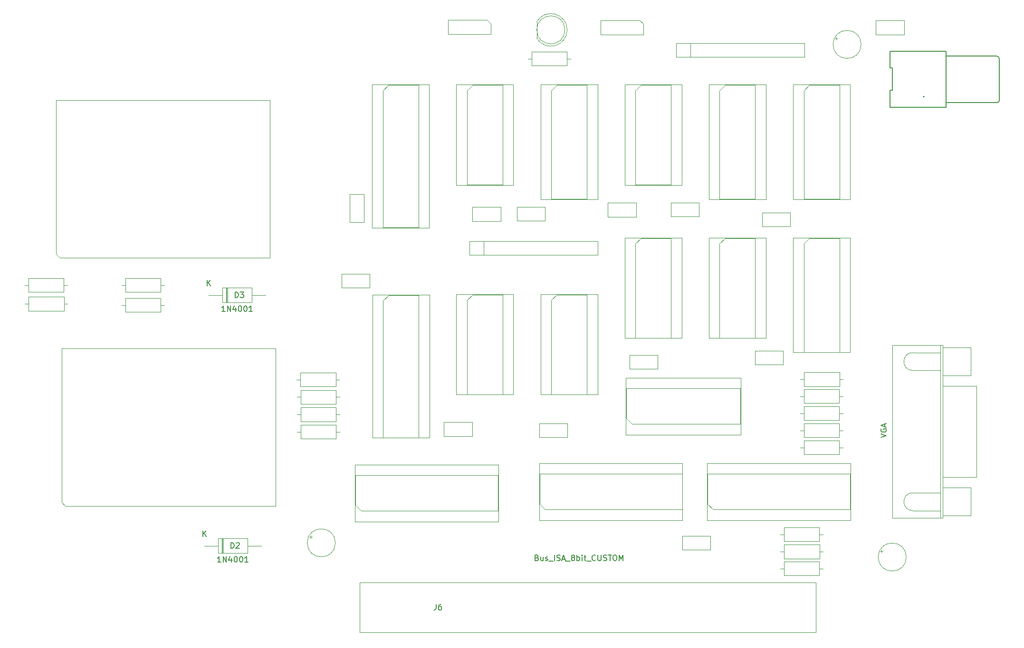
<source format=gbr>
%TF.GenerationSoftware,KiCad,Pcbnew,9.0.2*%
%TF.CreationDate,2025-06-28T19:43:49-05:00*%
%TF.ProjectId,DUALESP,4455414c-4553-4502-9e6b-696361645f70,V1.2*%
%TF.SameCoordinates,Original*%
%TF.FileFunction,AssemblyDrawing,Top*%
%FSLAX46Y46*%
G04 Gerber Fmt 4.6, Leading zero omitted, Abs format (unit mm)*
G04 Created by KiCad (PCBNEW 9.0.2) date 2025-06-28 19:43:49*
%MOMM*%
%LPD*%
G01*
G04 APERTURE LIST*
%ADD10C,0.150000*%
%ADD11C,0.100000*%
%ADD12C,0.127000*%
%ADD13C,0.200000*%
G04 APERTURE END LIST*
D10*
X87519142Y-89030819D02*
X86947714Y-89030819D01*
X87233428Y-89030819D02*
X87233428Y-88030819D01*
X87233428Y-88030819D02*
X87138190Y-88173676D01*
X87138190Y-88173676D02*
X87042952Y-88268914D01*
X87042952Y-88268914D02*
X86947714Y-88316533D01*
X87947714Y-89030819D02*
X87947714Y-88030819D01*
X87947714Y-88030819D02*
X88519142Y-89030819D01*
X88519142Y-89030819D02*
X88519142Y-88030819D01*
X89423904Y-88364152D02*
X89423904Y-89030819D01*
X89185809Y-87983200D02*
X88947714Y-88697485D01*
X88947714Y-88697485D02*
X89566761Y-88697485D01*
X90138190Y-88030819D02*
X90233428Y-88030819D01*
X90233428Y-88030819D02*
X90328666Y-88078438D01*
X90328666Y-88078438D02*
X90376285Y-88126057D01*
X90376285Y-88126057D02*
X90423904Y-88221295D01*
X90423904Y-88221295D02*
X90471523Y-88411771D01*
X90471523Y-88411771D02*
X90471523Y-88649866D01*
X90471523Y-88649866D02*
X90423904Y-88840342D01*
X90423904Y-88840342D02*
X90376285Y-88935580D01*
X90376285Y-88935580D02*
X90328666Y-88983200D01*
X90328666Y-88983200D02*
X90233428Y-89030819D01*
X90233428Y-89030819D02*
X90138190Y-89030819D01*
X90138190Y-89030819D02*
X90042952Y-88983200D01*
X90042952Y-88983200D02*
X89995333Y-88935580D01*
X89995333Y-88935580D02*
X89947714Y-88840342D01*
X89947714Y-88840342D02*
X89900095Y-88649866D01*
X89900095Y-88649866D02*
X89900095Y-88411771D01*
X89900095Y-88411771D02*
X89947714Y-88221295D01*
X89947714Y-88221295D02*
X89995333Y-88126057D01*
X89995333Y-88126057D02*
X90042952Y-88078438D01*
X90042952Y-88078438D02*
X90138190Y-88030819D01*
X91090571Y-88030819D02*
X91185809Y-88030819D01*
X91185809Y-88030819D02*
X91281047Y-88078438D01*
X91281047Y-88078438D02*
X91328666Y-88126057D01*
X91328666Y-88126057D02*
X91376285Y-88221295D01*
X91376285Y-88221295D02*
X91423904Y-88411771D01*
X91423904Y-88411771D02*
X91423904Y-88649866D01*
X91423904Y-88649866D02*
X91376285Y-88840342D01*
X91376285Y-88840342D02*
X91328666Y-88935580D01*
X91328666Y-88935580D02*
X91281047Y-88983200D01*
X91281047Y-88983200D02*
X91185809Y-89030819D01*
X91185809Y-89030819D02*
X91090571Y-89030819D01*
X91090571Y-89030819D02*
X90995333Y-88983200D01*
X90995333Y-88983200D02*
X90947714Y-88935580D01*
X90947714Y-88935580D02*
X90900095Y-88840342D01*
X90900095Y-88840342D02*
X90852476Y-88649866D01*
X90852476Y-88649866D02*
X90852476Y-88411771D01*
X90852476Y-88411771D02*
X90900095Y-88221295D01*
X90900095Y-88221295D02*
X90947714Y-88126057D01*
X90947714Y-88126057D02*
X90995333Y-88078438D01*
X90995333Y-88078438D02*
X91090571Y-88030819D01*
X92376285Y-89030819D02*
X91804857Y-89030819D01*
X92090571Y-89030819D02*
X92090571Y-88030819D01*
X92090571Y-88030819D02*
X91995333Y-88173676D01*
X91995333Y-88173676D02*
X91900095Y-88268914D01*
X91900095Y-88268914D02*
X91804857Y-88316533D01*
X84320095Y-84460819D02*
X84320095Y-83460819D01*
X84891523Y-84460819D02*
X84462952Y-83889390D01*
X84891523Y-83460819D02*
X84320095Y-84032247D01*
X89313905Y-86560819D02*
X89313905Y-85560819D01*
X89313905Y-85560819D02*
X89552000Y-85560819D01*
X89552000Y-85560819D02*
X89694857Y-85608438D01*
X89694857Y-85608438D02*
X89790095Y-85703676D01*
X89790095Y-85703676D02*
X89837714Y-85798914D01*
X89837714Y-85798914D02*
X89885333Y-85989390D01*
X89885333Y-85989390D02*
X89885333Y-86132247D01*
X89885333Y-86132247D02*
X89837714Y-86322723D01*
X89837714Y-86322723D02*
X89790095Y-86417961D01*
X89790095Y-86417961D02*
X89694857Y-86513200D01*
X89694857Y-86513200D02*
X89552000Y-86560819D01*
X89552000Y-86560819D02*
X89313905Y-86560819D01*
X90218667Y-85560819D02*
X90837714Y-85560819D01*
X90837714Y-85560819D02*
X90504381Y-85941771D01*
X90504381Y-85941771D02*
X90647238Y-85941771D01*
X90647238Y-85941771D02*
X90742476Y-85989390D01*
X90742476Y-85989390D02*
X90790095Y-86037009D01*
X90790095Y-86037009D02*
X90837714Y-86132247D01*
X90837714Y-86132247D02*
X90837714Y-86370342D01*
X90837714Y-86370342D02*
X90790095Y-86465580D01*
X90790095Y-86465580D02*
X90742476Y-86513200D01*
X90742476Y-86513200D02*
X90647238Y-86560819D01*
X90647238Y-86560819D02*
X90361524Y-86560819D01*
X90361524Y-86560819D02*
X90266286Y-86513200D01*
X90266286Y-86513200D02*
X90218667Y-86465580D01*
X86757142Y-133734819D02*
X86185714Y-133734819D01*
X86471428Y-133734819D02*
X86471428Y-132734819D01*
X86471428Y-132734819D02*
X86376190Y-132877676D01*
X86376190Y-132877676D02*
X86280952Y-132972914D01*
X86280952Y-132972914D02*
X86185714Y-133020533D01*
X87185714Y-133734819D02*
X87185714Y-132734819D01*
X87185714Y-132734819D02*
X87757142Y-133734819D01*
X87757142Y-133734819D02*
X87757142Y-132734819D01*
X88661904Y-133068152D02*
X88661904Y-133734819D01*
X88423809Y-132687200D02*
X88185714Y-133401485D01*
X88185714Y-133401485D02*
X88804761Y-133401485D01*
X89376190Y-132734819D02*
X89471428Y-132734819D01*
X89471428Y-132734819D02*
X89566666Y-132782438D01*
X89566666Y-132782438D02*
X89614285Y-132830057D01*
X89614285Y-132830057D02*
X89661904Y-132925295D01*
X89661904Y-132925295D02*
X89709523Y-133115771D01*
X89709523Y-133115771D02*
X89709523Y-133353866D01*
X89709523Y-133353866D02*
X89661904Y-133544342D01*
X89661904Y-133544342D02*
X89614285Y-133639580D01*
X89614285Y-133639580D02*
X89566666Y-133687200D01*
X89566666Y-133687200D02*
X89471428Y-133734819D01*
X89471428Y-133734819D02*
X89376190Y-133734819D01*
X89376190Y-133734819D02*
X89280952Y-133687200D01*
X89280952Y-133687200D02*
X89233333Y-133639580D01*
X89233333Y-133639580D02*
X89185714Y-133544342D01*
X89185714Y-133544342D02*
X89138095Y-133353866D01*
X89138095Y-133353866D02*
X89138095Y-133115771D01*
X89138095Y-133115771D02*
X89185714Y-132925295D01*
X89185714Y-132925295D02*
X89233333Y-132830057D01*
X89233333Y-132830057D02*
X89280952Y-132782438D01*
X89280952Y-132782438D02*
X89376190Y-132734819D01*
X90328571Y-132734819D02*
X90423809Y-132734819D01*
X90423809Y-132734819D02*
X90519047Y-132782438D01*
X90519047Y-132782438D02*
X90566666Y-132830057D01*
X90566666Y-132830057D02*
X90614285Y-132925295D01*
X90614285Y-132925295D02*
X90661904Y-133115771D01*
X90661904Y-133115771D02*
X90661904Y-133353866D01*
X90661904Y-133353866D02*
X90614285Y-133544342D01*
X90614285Y-133544342D02*
X90566666Y-133639580D01*
X90566666Y-133639580D02*
X90519047Y-133687200D01*
X90519047Y-133687200D02*
X90423809Y-133734819D01*
X90423809Y-133734819D02*
X90328571Y-133734819D01*
X90328571Y-133734819D02*
X90233333Y-133687200D01*
X90233333Y-133687200D02*
X90185714Y-133639580D01*
X90185714Y-133639580D02*
X90138095Y-133544342D01*
X90138095Y-133544342D02*
X90090476Y-133353866D01*
X90090476Y-133353866D02*
X90090476Y-133115771D01*
X90090476Y-133115771D02*
X90138095Y-132925295D01*
X90138095Y-132925295D02*
X90185714Y-132830057D01*
X90185714Y-132830057D02*
X90233333Y-132782438D01*
X90233333Y-132782438D02*
X90328571Y-132734819D01*
X91614285Y-133734819D02*
X91042857Y-133734819D01*
X91328571Y-133734819D02*
X91328571Y-132734819D01*
X91328571Y-132734819D02*
X91233333Y-132877676D01*
X91233333Y-132877676D02*
X91138095Y-132972914D01*
X91138095Y-132972914D02*
X91042857Y-133020533D01*
X83558095Y-129164819D02*
X83558095Y-128164819D01*
X84129523Y-129164819D02*
X83700952Y-128593390D01*
X84129523Y-128164819D02*
X83558095Y-128736247D01*
X88551905Y-131264819D02*
X88551905Y-130264819D01*
X88551905Y-130264819D02*
X88790000Y-130264819D01*
X88790000Y-130264819D02*
X88932857Y-130312438D01*
X88932857Y-130312438D02*
X89028095Y-130407676D01*
X89028095Y-130407676D02*
X89075714Y-130502914D01*
X89075714Y-130502914D02*
X89123333Y-130693390D01*
X89123333Y-130693390D02*
X89123333Y-130836247D01*
X89123333Y-130836247D02*
X89075714Y-131026723D01*
X89075714Y-131026723D02*
X89028095Y-131121961D01*
X89028095Y-131121961D02*
X88932857Y-131217200D01*
X88932857Y-131217200D02*
X88790000Y-131264819D01*
X88790000Y-131264819D02*
X88551905Y-131264819D01*
X89504286Y-130360057D02*
X89551905Y-130312438D01*
X89551905Y-130312438D02*
X89647143Y-130264819D01*
X89647143Y-130264819D02*
X89885238Y-130264819D01*
X89885238Y-130264819D02*
X89980476Y-130312438D01*
X89980476Y-130312438D02*
X90028095Y-130360057D01*
X90028095Y-130360057D02*
X90075714Y-130455295D01*
X90075714Y-130455295D02*
X90075714Y-130550533D01*
X90075714Y-130550533D02*
X90028095Y-130693390D01*
X90028095Y-130693390D02*
X89456667Y-131264819D01*
X89456667Y-131264819D02*
X90075714Y-131264819D01*
X204356819Y-111504904D02*
X205356819Y-111171571D01*
X205356819Y-111171571D02*
X204356819Y-110838238D01*
X204404438Y-109981095D02*
X204356819Y-110076333D01*
X204356819Y-110076333D02*
X204356819Y-110219190D01*
X204356819Y-110219190D02*
X204404438Y-110362047D01*
X204404438Y-110362047D02*
X204499676Y-110457285D01*
X204499676Y-110457285D02*
X204594914Y-110504904D01*
X204594914Y-110504904D02*
X204785390Y-110552523D01*
X204785390Y-110552523D02*
X204928247Y-110552523D01*
X204928247Y-110552523D02*
X205118723Y-110504904D01*
X205118723Y-110504904D02*
X205213961Y-110457285D01*
X205213961Y-110457285D02*
X205309200Y-110362047D01*
X205309200Y-110362047D02*
X205356819Y-110219190D01*
X205356819Y-110219190D02*
X205356819Y-110123952D01*
X205356819Y-110123952D02*
X205309200Y-109981095D01*
X205309200Y-109981095D02*
X205261580Y-109933476D01*
X205261580Y-109933476D02*
X204928247Y-109933476D01*
X204928247Y-109933476D02*
X204928247Y-110123952D01*
X205071104Y-109552523D02*
X205071104Y-109076333D01*
X205356819Y-109647761D02*
X204356819Y-109314428D01*
X204356819Y-109314428D02*
X205356819Y-108981095D01*
X143092599Y-132956209D02*
X143235456Y-133003828D01*
X143235456Y-133003828D02*
X143283075Y-133051447D01*
X143283075Y-133051447D02*
X143330694Y-133146685D01*
X143330694Y-133146685D02*
X143330694Y-133289542D01*
X143330694Y-133289542D02*
X143283075Y-133384780D01*
X143283075Y-133384780D02*
X143235456Y-133432400D01*
X143235456Y-133432400D02*
X143140218Y-133480019D01*
X143140218Y-133480019D02*
X142759266Y-133480019D01*
X142759266Y-133480019D02*
X142759266Y-132480019D01*
X142759266Y-132480019D02*
X143092599Y-132480019D01*
X143092599Y-132480019D02*
X143187837Y-132527638D01*
X143187837Y-132527638D02*
X143235456Y-132575257D01*
X143235456Y-132575257D02*
X143283075Y-132670495D01*
X143283075Y-132670495D02*
X143283075Y-132765733D01*
X143283075Y-132765733D02*
X143235456Y-132860971D01*
X143235456Y-132860971D02*
X143187837Y-132908590D01*
X143187837Y-132908590D02*
X143092599Y-132956209D01*
X143092599Y-132956209D02*
X142759266Y-132956209D01*
X144187837Y-132813352D02*
X144187837Y-133480019D01*
X143759266Y-132813352D02*
X143759266Y-133337161D01*
X143759266Y-133337161D02*
X143806885Y-133432400D01*
X143806885Y-133432400D02*
X143902123Y-133480019D01*
X143902123Y-133480019D02*
X144044980Y-133480019D01*
X144044980Y-133480019D02*
X144140218Y-133432400D01*
X144140218Y-133432400D02*
X144187837Y-133384780D01*
X144616409Y-133432400D02*
X144711647Y-133480019D01*
X144711647Y-133480019D02*
X144902123Y-133480019D01*
X144902123Y-133480019D02*
X144997361Y-133432400D01*
X144997361Y-133432400D02*
X145044980Y-133337161D01*
X145044980Y-133337161D02*
X145044980Y-133289542D01*
X145044980Y-133289542D02*
X144997361Y-133194304D01*
X144997361Y-133194304D02*
X144902123Y-133146685D01*
X144902123Y-133146685D02*
X144759266Y-133146685D01*
X144759266Y-133146685D02*
X144664028Y-133099066D01*
X144664028Y-133099066D02*
X144616409Y-133003828D01*
X144616409Y-133003828D02*
X144616409Y-132956209D01*
X144616409Y-132956209D02*
X144664028Y-132860971D01*
X144664028Y-132860971D02*
X144759266Y-132813352D01*
X144759266Y-132813352D02*
X144902123Y-132813352D01*
X144902123Y-132813352D02*
X144997361Y-132860971D01*
X145235457Y-133575257D02*
X145997361Y-133575257D01*
X146235457Y-133480019D02*
X146235457Y-132480019D01*
X146664028Y-133432400D02*
X146806885Y-133480019D01*
X146806885Y-133480019D02*
X147044980Y-133480019D01*
X147044980Y-133480019D02*
X147140218Y-133432400D01*
X147140218Y-133432400D02*
X147187837Y-133384780D01*
X147187837Y-133384780D02*
X147235456Y-133289542D01*
X147235456Y-133289542D02*
X147235456Y-133194304D01*
X147235456Y-133194304D02*
X147187837Y-133099066D01*
X147187837Y-133099066D02*
X147140218Y-133051447D01*
X147140218Y-133051447D02*
X147044980Y-133003828D01*
X147044980Y-133003828D02*
X146854504Y-132956209D01*
X146854504Y-132956209D02*
X146759266Y-132908590D01*
X146759266Y-132908590D02*
X146711647Y-132860971D01*
X146711647Y-132860971D02*
X146664028Y-132765733D01*
X146664028Y-132765733D02*
X146664028Y-132670495D01*
X146664028Y-132670495D02*
X146711647Y-132575257D01*
X146711647Y-132575257D02*
X146759266Y-132527638D01*
X146759266Y-132527638D02*
X146854504Y-132480019D01*
X146854504Y-132480019D02*
X147092599Y-132480019D01*
X147092599Y-132480019D02*
X147235456Y-132527638D01*
X147616409Y-133194304D02*
X148092599Y-133194304D01*
X147521171Y-133480019D02*
X147854504Y-132480019D01*
X147854504Y-132480019D02*
X148187837Y-133480019D01*
X148283076Y-133575257D02*
X149044980Y-133575257D01*
X149425933Y-132908590D02*
X149330695Y-132860971D01*
X149330695Y-132860971D02*
X149283076Y-132813352D01*
X149283076Y-132813352D02*
X149235457Y-132718114D01*
X149235457Y-132718114D02*
X149235457Y-132670495D01*
X149235457Y-132670495D02*
X149283076Y-132575257D01*
X149283076Y-132575257D02*
X149330695Y-132527638D01*
X149330695Y-132527638D02*
X149425933Y-132480019D01*
X149425933Y-132480019D02*
X149616409Y-132480019D01*
X149616409Y-132480019D02*
X149711647Y-132527638D01*
X149711647Y-132527638D02*
X149759266Y-132575257D01*
X149759266Y-132575257D02*
X149806885Y-132670495D01*
X149806885Y-132670495D02*
X149806885Y-132718114D01*
X149806885Y-132718114D02*
X149759266Y-132813352D01*
X149759266Y-132813352D02*
X149711647Y-132860971D01*
X149711647Y-132860971D02*
X149616409Y-132908590D01*
X149616409Y-132908590D02*
X149425933Y-132908590D01*
X149425933Y-132908590D02*
X149330695Y-132956209D01*
X149330695Y-132956209D02*
X149283076Y-133003828D01*
X149283076Y-133003828D02*
X149235457Y-133099066D01*
X149235457Y-133099066D02*
X149235457Y-133289542D01*
X149235457Y-133289542D02*
X149283076Y-133384780D01*
X149283076Y-133384780D02*
X149330695Y-133432400D01*
X149330695Y-133432400D02*
X149425933Y-133480019D01*
X149425933Y-133480019D02*
X149616409Y-133480019D01*
X149616409Y-133480019D02*
X149711647Y-133432400D01*
X149711647Y-133432400D02*
X149759266Y-133384780D01*
X149759266Y-133384780D02*
X149806885Y-133289542D01*
X149806885Y-133289542D02*
X149806885Y-133099066D01*
X149806885Y-133099066D02*
X149759266Y-133003828D01*
X149759266Y-133003828D02*
X149711647Y-132956209D01*
X149711647Y-132956209D02*
X149616409Y-132908590D01*
X150235457Y-133480019D02*
X150235457Y-132480019D01*
X150235457Y-132860971D02*
X150330695Y-132813352D01*
X150330695Y-132813352D02*
X150521171Y-132813352D01*
X150521171Y-132813352D02*
X150616409Y-132860971D01*
X150616409Y-132860971D02*
X150664028Y-132908590D01*
X150664028Y-132908590D02*
X150711647Y-133003828D01*
X150711647Y-133003828D02*
X150711647Y-133289542D01*
X150711647Y-133289542D02*
X150664028Y-133384780D01*
X150664028Y-133384780D02*
X150616409Y-133432400D01*
X150616409Y-133432400D02*
X150521171Y-133480019D01*
X150521171Y-133480019D02*
X150330695Y-133480019D01*
X150330695Y-133480019D02*
X150235457Y-133432400D01*
X151140219Y-133480019D02*
X151140219Y-132813352D01*
X151140219Y-132480019D02*
X151092600Y-132527638D01*
X151092600Y-132527638D02*
X151140219Y-132575257D01*
X151140219Y-132575257D02*
X151187838Y-132527638D01*
X151187838Y-132527638D02*
X151140219Y-132480019D01*
X151140219Y-132480019D02*
X151140219Y-132575257D01*
X151473552Y-132813352D02*
X151854504Y-132813352D01*
X151616409Y-132480019D02*
X151616409Y-133337161D01*
X151616409Y-133337161D02*
X151664028Y-133432400D01*
X151664028Y-133432400D02*
X151759266Y-133480019D01*
X151759266Y-133480019D02*
X151854504Y-133480019D01*
X151949743Y-133575257D02*
X152711647Y-133575257D01*
X153521171Y-133384780D02*
X153473552Y-133432400D01*
X153473552Y-133432400D02*
X153330695Y-133480019D01*
X153330695Y-133480019D02*
X153235457Y-133480019D01*
X153235457Y-133480019D02*
X153092600Y-133432400D01*
X153092600Y-133432400D02*
X152997362Y-133337161D01*
X152997362Y-133337161D02*
X152949743Y-133241923D01*
X152949743Y-133241923D02*
X152902124Y-133051447D01*
X152902124Y-133051447D02*
X152902124Y-132908590D01*
X152902124Y-132908590D02*
X152949743Y-132718114D01*
X152949743Y-132718114D02*
X152997362Y-132622876D01*
X152997362Y-132622876D02*
X153092600Y-132527638D01*
X153092600Y-132527638D02*
X153235457Y-132480019D01*
X153235457Y-132480019D02*
X153330695Y-132480019D01*
X153330695Y-132480019D02*
X153473552Y-132527638D01*
X153473552Y-132527638D02*
X153521171Y-132575257D01*
X153949743Y-132480019D02*
X153949743Y-133289542D01*
X153949743Y-133289542D02*
X153997362Y-133384780D01*
X153997362Y-133384780D02*
X154044981Y-133432400D01*
X154044981Y-133432400D02*
X154140219Y-133480019D01*
X154140219Y-133480019D02*
X154330695Y-133480019D01*
X154330695Y-133480019D02*
X154425933Y-133432400D01*
X154425933Y-133432400D02*
X154473552Y-133384780D01*
X154473552Y-133384780D02*
X154521171Y-133289542D01*
X154521171Y-133289542D02*
X154521171Y-132480019D01*
X154949743Y-133432400D02*
X155092600Y-133480019D01*
X155092600Y-133480019D02*
X155330695Y-133480019D01*
X155330695Y-133480019D02*
X155425933Y-133432400D01*
X155425933Y-133432400D02*
X155473552Y-133384780D01*
X155473552Y-133384780D02*
X155521171Y-133289542D01*
X155521171Y-133289542D02*
X155521171Y-133194304D01*
X155521171Y-133194304D02*
X155473552Y-133099066D01*
X155473552Y-133099066D02*
X155425933Y-133051447D01*
X155425933Y-133051447D02*
X155330695Y-133003828D01*
X155330695Y-133003828D02*
X155140219Y-132956209D01*
X155140219Y-132956209D02*
X155044981Y-132908590D01*
X155044981Y-132908590D02*
X154997362Y-132860971D01*
X154997362Y-132860971D02*
X154949743Y-132765733D01*
X154949743Y-132765733D02*
X154949743Y-132670495D01*
X154949743Y-132670495D02*
X154997362Y-132575257D01*
X154997362Y-132575257D02*
X155044981Y-132527638D01*
X155044981Y-132527638D02*
X155140219Y-132480019D01*
X155140219Y-132480019D02*
X155378314Y-132480019D01*
X155378314Y-132480019D02*
X155521171Y-132527638D01*
X155806886Y-132480019D02*
X156378314Y-132480019D01*
X156092600Y-133480019D02*
X156092600Y-132480019D01*
X156902124Y-132480019D02*
X157092600Y-132480019D01*
X157092600Y-132480019D02*
X157187838Y-132527638D01*
X157187838Y-132527638D02*
X157283076Y-132622876D01*
X157283076Y-132622876D02*
X157330695Y-132813352D01*
X157330695Y-132813352D02*
X157330695Y-133146685D01*
X157330695Y-133146685D02*
X157283076Y-133337161D01*
X157283076Y-133337161D02*
X157187838Y-133432400D01*
X157187838Y-133432400D02*
X157092600Y-133480019D01*
X157092600Y-133480019D02*
X156902124Y-133480019D01*
X156902124Y-133480019D02*
X156806886Y-133432400D01*
X156806886Y-133432400D02*
X156711648Y-133337161D01*
X156711648Y-133337161D02*
X156664029Y-133146685D01*
X156664029Y-133146685D02*
X156664029Y-132813352D01*
X156664029Y-132813352D02*
X156711648Y-132622876D01*
X156711648Y-132622876D02*
X156806886Y-132527638D01*
X156806886Y-132527638D02*
X156902124Y-132480019D01*
X157759267Y-133480019D02*
X157759267Y-132480019D01*
X157759267Y-132480019D02*
X158092600Y-133194304D01*
X158092600Y-133194304D02*
X158425933Y-132480019D01*
X158425933Y-132480019D02*
X158425933Y-133480019D01*
X125117266Y-141263019D02*
X125117266Y-141977304D01*
X125117266Y-141977304D02*
X125069647Y-142120161D01*
X125069647Y-142120161D02*
X124974409Y-142215400D01*
X124974409Y-142215400D02*
X124831552Y-142263019D01*
X124831552Y-142263019D02*
X124736314Y-142263019D01*
X126022028Y-141263019D02*
X125831552Y-141263019D01*
X125831552Y-141263019D02*
X125736314Y-141310638D01*
X125736314Y-141310638D02*
X125688695Y-141358257D01*
X125688695Y-141358257D02*
X125593457Y-141501114D01*
X125593457Y-141501114D02*
X125545838Y-141691590D01*
X125545838Y-141691590D02*
X125545838Y-142072542D01*
X125545838Y-142072542D02*
X125593457Y-142167780D01*
X125593457Y-142167780D02*
X125641076Y-142215400D01*
X125641076Y-142215400D02*
X125736314Y-142263019D01*
X125736314Y-142263019D02*
X125926790Y-142263019D01*
X125926790Y-142263019D02*
X126022028Y-142215400D01*
X126022028Y-142215400D02*
X126069647Y-142167780D01*
X126069647Y-142167780D02*
X126117266Y-142072542D01*
X126117266Y-142072542D02*
X126117266Y-141834447D01*
X126117266Y-141834447D02*
X126069647Y-141739209D01*
X126069647Y-141739209D02*
X126022028Y-141691590D01*
X126022028Y-141691590D02*
X125926790Y-141643971D01*
X125926790Y-141643971D02*
X125736314Y-141643971D01*
X125736314Y-141643971D02*
X125641076Y-141691590D01*
X125641076Y-141691590D02*
X125593457Y-141739209D01*
X125593457Y-141739209D02*
X125545838Y-141834447D01*
D11*
%TO.C,U9*%
X143510000Y-116110000D02*
X143510000Y-126270000D01*
X143510000Y-126270000D02*
X169030000Y-126270000D01*
X143570000Y-118015000D02*
X168970000Y-118015000D01*
X143570000Y-123365000D02*
X143570000Y-118015000D01*
X144570000Y-124365000D02*
X143570000Y-123365000D01*
X168970000Y-118015000D02*
X168970000Y-124365000D01*
X168970000Y-124365000D02*
X144570000Y-124365000D01*
X169030000Y-116110000D02*
X143510000Y-116110000D01*
X169030000Y-126270000D02*
X169030000Y-116110000D01*
%TO.C,U16*%
X57429400Y-51355800D02*
X95529400Y-51355800D01*
X57429400Y-78790800D02*
X57429400Y-51355800D01*
X58064400Y-79425800D02*
X57429400Y-78790800D01*
X95529400Y-51355800D02*
X95529400Y-79425800D01*
X95529400Y-79425800D02*
X58064400Y-79425800D01*
%TO.C,R6*%
X100279200Y-101193600D02*
X100939200Y-101193600D01*
X100939200Y-99943600D02*
X100939200Y-102443600D01*
X100939200Y-102443600D02*
X107239200Y-102443600D01*
X107239200Y-99943600D02*
X100939200Y-99943600D01*
X107239200Y-102443600D02*
X107239200Y-99943600D01*
X107899200Y-101193600D02*
X107239200Y-101193600D01*
%TO.C,R20*%
X69088000Y-87884000D02*
X69748000Y-87884000D01*
X69748000Y-86634000D02*
X69748000Y-89134000D01*
X69748000Y-89134000D02*
X76048000Y-89134000D01*
X76048000Y-86634000D02*
X69748000Y-86634000D01*
X76048000Y-89134000D02*
X76048000Y-86634000D01*
X76708000Y-87884000D02*
X76048000Y-87884000D01*
%TO.C,U12*%
X113730000Y-48590000D02*
X113730000Y-74110000D01*
X113730000Y-74110000D02*
X123890000Y-74110000D01*
X115635000Y-49650000D02*
X116635000Y-48650000D01*
X115635000Y-74050000D02*
X115635000Y-49650000D01*
X116635000Y-48650000D02*
X121985000Y-48650000D01*
X121985000Y-48650000D02*
X121985000Y-74050000D01*
X121985000Y-74050000D02*
X115635000Y-74050000D01*
X123890000Y-48590000D02*
X113730000Y-48590000D01*
X123890000Y-74110000D02*
X123890000Y-48590000D01*
%TO.C,U7*%
X173730000Y-75890000D02*
X173730000Y-93790000D01*
X173730000Y-93790000D02*
X183890000Y-93790000D01*
X175635000Y-76950000D02*
X176635000Y-75950000D01*
X175635000Y-93730000D02*
X175635000Y-76950000D01*
X176635000Y-75950000D02*
X181985000Y-75950000D01*
X181985000Y-75950000D02*
X181985000Y-93730000D01*
X181985000Y-93730000D02*
X175635000Y-93730000D01*
X183890000Y-75890000D02*
X173730000Y-75890000D01*
X183890000Y-93790000D02*
X183890000Y-75890000D01*
%TO.C,U14*%
X143730000Y-48590000D02*
X143730000Y-69030000D01*
X143730000Y-69030000D02*
X153890000Y-69030000D01*
X145635000Y-49650000D02*
X146635000Y-48650000D01*
X145635000Y-68970000D02*
X145635000Y-49650000D01*
X146635000Y-48650000D02*
X151985000Y-48650000D01*
X151985000Y-48650000D02*
X151985000Y-68970000D01*
X151985000Y-68970000D02*
X145635000Y-68970000D01*
X153890000Y-48590000D02*
X143730000Y-48590000D01*
X153890000Y-69030000D02*
X153890000Y-48590000D01*
%TO.C,C14*%
X102534395Y-129214500D02*
X103034395Y-129214500D01*
X102784395Y-128964500D02*
X102784395Y-129464500D01*
X107168000Y-130302000D02*
G75*
G02*
X102168000Y-130302000I-2500000J0D01*
G01*
X102168000Y-130302000D02*
G75*
G02*
X107168000Y-130302000I2500000J0D01*
G01*
%TO.C,J4*%
X154432000Y-37084000D02*
X161417000Y-37084000D01*
X154432000Y-39624000D02*
X154432000Y-37084000D01*
X161417000Y-37084000D02*
X162052000Y-37719000D01*
X162052000Y-37719000D02*
X162052000Y-39624000D01*
X162052000Y-39624000D02*
X154432000Y-39624000D01*
%TO.C,C4*%
X143510000Y-108986000D02*
X143510000Y-111486000D01*
X143510000Y-111486000D02*
X148510000Y-111486000D01*
X148510000Y-108986000D02*
X143510000Y-108986000D01*
X148510000Y-111486000D02*
X148510000Y-108986000D01*
%TO.C,R7*%
X100313200Y-104291000D02*
X100973200Y-104291000D01*
X100973200Y-103041000D02*
X100973200Y-105541000D01*
X100973200Y-105541000D02*
X107273200Y-105541000D01*
X107273200Y-103041000D02*
X100973200Y-103041000D01*
X107273200Y-105541000D02*
X107273200Y-103041000D01*
X107933200Y-104291000D02*
X107273200Y-104291000D01*
%TO.C,R13*%
X186436000Y-134874000D02*
X187096000Y-134874000D01*
X187096000Y-133624000D02*
X187096000Y-136124000D01*
X187096000Y-136124000D02*
X193396000Y-136124000D01*
X193396000Y-133624000D02*
X187096000Y-133624000D01*
X193396000Y-136124000D02*
X193396000Y-133624000D01*
X194056000Y-134874000D02*
X193396000Y-134874000D01*
%TO.C,R15*%
X186436000Y-128778000D02*
X187096000Y-128778000D01*
X187096000Y-127528000D02*
X187096000Y-130028000D01*
X187096000Y-130028000D02*
X193396000Y-130028000D01*
X193396000Y-127528000D02*
X187096000Y-127528000D01*
X193396000Y-130028000D02*
X193396000Y-127528000D01*
X194056000Y-128778000D02*
X193396000Y-128778000D01*
%TO.C,J3*%
X127246000Y-37062000D02*
X134231000Y-37062000D01*
X127246000Y-39602000D02*
X127246000Y-37062000D01*
X134231000Y-37062000D02*
X134866000Y-37697000D01*
X134866000Y-37697000D02*
X134866000Y-39602000D01*
X134866000Y-39602000D02*
X127246000Y-39602000D01*
%TO.C,D3*%
X84582000Y-86106000D02*
X87062000Y-86106000D01*
X87062000Y-84756000D02*
X87062000Y-87456000D01*
X87062000Y-87456000D02*
X92262000Y-87456000D01*
X87742000Y-84756000D02*
X87742000Y-87456000D01*
X87842000Y-84756000D02*
X87842000Y-87456000D01*
X87942000Y-84756000D02*
X87942000Y-87456000D01*
X92262000Y-84756000D02*
X87062000Y-84756000D01*
X92262000Y-87456000D02*
X92262000Y-84756000D01*
X94742000Y-86106000D02*
X92262000Y-86106000D01*
%TO.C,D2*%
X83820000Y-130810000D02*
X86300000Y-130810000D01*
X86300000Y-129460000D02*
X86300000Y-132160000D01*
X86300000Y-132160000D02*
X91500000Y-132160000D01*
X86980000Y-129460000D02*
X86980000Y-132160000D01*
X87080000Y-129460000D02*
X87080000Y-132160000D01*
X87180000Y-129460000D02*
X87180000Y-132160000D01*
X91500000Y-129460000D02*
X86300000Y-129460000D01*
X91500000Y-132160000D02*
X91500000Y-129460000D01*
X93980000Y-130810000D02*
X91500000Y-130810000D01*
%TO.C,RR1*%
X167874000Y-41168000D02*
X167874000Y-43668000D01*
X167874000Y-43668000D02*
X190774000Y-43668000D01*
X170434000Y-41168000D02*
X170434000Y-43668000D01*
X190774000Y-41168000D02*
X167874000Y-41168000D01*
X190774000Y-43668000D02*
X190774000Y-41168000D01*
%TO.C,J5*%
X206410000Y-95035000D02*
X206410000Y-125885000D01*
X206410000Y-125885000D02*
X215010000Y-125885000D01*
X215010000Y-95035000D02*
X206410000Y-95035000D01*
X215010000Y-95035000D02*
X215010000Y-125885000D01*
X215010000Y-96360000D02*
X210070000Y-96360000D01*
X215010000Y-99560000D02*
X210070000Y-99560000D01*
X215010000Y-121360000D02*
X210070000Y-121360000D01*
X215010000Y-124560000D02*
X210070000Y-124560000D01*
X215010000Y-125885000D02*
X215010000Y-95035000D01*
X215010000Y-125885000D02*
X215410000Y-125885000D01*
X215410000Y-95035000D02*
X215010000Y-95035000D01*
X215410000Y-95460000D02*
X215410000Y-100460000D01*
X215410000Y-100460000D02*
X220410000Y-100460000D01*
X215410000Y-102310000D02*
X215410000Y-118610000D01*
X215410000Y-118610000D02*
X221410000Y-118610000D01*
X215410000Y-120460000D02*
X215410000Y-125460000D01*
X215410000Y-125460000D02*
X220410000Y-125460000D01*
X215410000Y-125885000D02*
X215410000Y-95035000D01*
X220410000Y-95460000D02*
X215410000Y-95460000D01*
X220410000Y-100460000D02*
X220410000Y-95460000D01*
X220410000Y-120460000D02*
X215410000Y-120460000D01*
X220410000Y-125460000D02*
X220410000Y-120460000D01*
X221410000Y-102310000D02*
X215410000Y-102310000D01*
X221410000Y-118610000D02*
X221410000Y-102310000D01*
X210070000Y-99560000D02*
G75*
G02*
X210070000Y-96360000I0J1600000D01*
G01*
X210070000Y-124560000D02*
G75*
G02*
X210070000Y-121360000I0J1600000D01*
G01*
%TO.C,R1*%
X141478000Y-43942000D02*
X142138000Y-43942000D01*
X142138000Y-42692000D02*
X142138000Y-45192000D01*
X142138000Y-45192000D02*
X148438000Y-45192000D01*
X148438000Y-42692000D02*
X142138000Y-42692000D01*
X148438000Y-45192000D02*
X148438000Y-42692000D01*
X149098000Y-43942000D02*
X148438000Y-43942000D01*
%TO.C,R9*%
X100330000Y-110490000D02*
X100990000Y-110490000D01*
X100990000Y-109240000D02*
X100990000Y-111740000D01*
X100990000Y-111740000D02*
X107290000Y-111740000D01*
X107290000Y-109240000D02*
X100990000Y-109240000D01*
X107290000Y-111740000D02*
X107290000Y-109240000D01*
X107950000Y-110490000D02*
X107290000Y-110490000D01*
%TO.C,C3*%
X155748000Y-69640000D02*
X155748000Y-72140000D01*
X155748000Y-72140000D02*
X160748000Y-72140000D01*
X160748000Y-69640000D02*
X155748000Y-69640000D01*
X160748000Y-72140000D02*
X160748000Y-69640000D01*
%TO.C,R14*%
X186470000Y-131850000D02*
X187130000Y-131850000D01*
X187130000Y-130600000D02*
X187130000Y-133100000D01*
X187130000Y-133100000D02*
X193430000Y-133100000D01*
X193430000Y-130600000D02*
X187130000Y-130600000D01*
X193430000Y-133100000D02*
X193430000Y-130600000D01*
X194090000Y-131850000D02*
X193430000Y-131850000D01*
%TO.C,C7*%
X139526000Y-70378000D02*
X139526000Y-72878000D01*
X139526000Y-72878000D02*
X144526000Y-72878000D01*
X144526000Y-70378000D02*
X139526000Y-70378000D01*
X144526000Y-72878000D02*
X144526000Y-70378000D01*
%TO.C,U10*%
X158944000Y-100838000D02*
X158944000Y-110998000D01*
X158944000Y-110998000D02*
X179384000Y-110998000D01*
X159004000Y-102743000D02*
X179324000Y-102743000D01*
X159004000Y-108093000D02*
X159004000Y-102743000D01*
X160004000Y-109093000D02*
X159004000Y-108093000D01*
X179324000Y-102743000D02*
X179324000Y-109093000D01*
X179324000Y-109093000D02*
X160004000Y-109093000D01*
X179384000Y-100838000D02*
X158944000Y-100838000D01*
X179384000Y-110998000D02*
X179384000Y-100838000D01*
%TO.C,J6*%
X111476600Y-137359200D02*
X192760600Y-137363200D01*
X111480600Y-146253200D02*
X111476600Y-137359200D01*
X192760600Y-137363200D02*
X192760600Y-146253200D01*
X192760600Y-146253200D02*
X111480600Y-146253200D01*
%TO.C,R10*%
X189992000Y-107188000D02*
X190652000Y-107188000D01*
X190652000Y-105938000D02*
X190652000Y-108438000D01*
X190652000Y-108438000D02*
X196952000Y-108438000D01*
X196952000Y-105938000D02*
X190652000Y-105938000D01*
X196952000Y-108438000D02*
X196952000Y-105938000D01*
X197612000Y-107188000D02*
X196952000Y-107188000D01*
%TO.C,U2*%
X173430000Y-116110000D02*
X173430000Y-126270000D01*
X173430000Y-126270000D02*
X198950000Y-126270000D01*
X173490000Y-118015000D02*
X198890000Y-118015000D01*
X173490000Y-123365000D02*
X173490000Y-118015000D01*
X174490000Y-124365000D02*
X173490000Y-123365000D01*
X198890000Y-118015000D02*
X198890000Y-124365000D01*
X198890000Y-124365000D02*
X174490000Y-124365000D01*
X198950000Y-116110000D02*
X173430000Y-116110000D01*
X198950000Y-126270000D02*
X198950000Y-116110000D01*
%TO.C,C15*%
X203500000Y-37128000D02*
X203500000Y-39628000D01*
X203500000Y-39628000D02*
X208500000Y-39628000D01*
X208500000Y-37128000D02*
X203500000Y-37128000D01*
X208500000Y-39628000D02*
X208500000Y-37128000D01*
%TO.C,C16*%
X196220395Y-40314500D02*
X196720395Y-40314500D01*
X196470395Y-40064500D02*
X196470395Y-40564500D01*
X200854000Y-41402000D02*
G75*
G02*
X195854000Y-41402000I-2500000J0D01*
G01*
X195854000Y-41402000D02*
G75*
G02*
X200854000Y-41402000I2500000J0D01*
G01*
%TO.C,C10*%
X181944000Y-96032000D02*
X181944000Y-98532000D01*
X181944000Y-98532000D02*
X186944000Y-98532000D01*
X186944000Y-96032000D02*
X181944000Y-96032000D01*
X186944000Y-98532000D02*
X186944000Y-96032000D01*
%TO.C,C12*%
X168990000Y-129052000D02*
X168990000Y-131552000D01*
X168990000Y-131552000D02*
X173990000Y-131552000D01*
X173990000Y-129052000D02*
X168990000Y-129052000D01*
X173990000Y-131552000D02*
X173990000Y-129052000D01*
%TO.C,R16*%
X189992000Y-113284000D02*
X190652000Y-113284000D01*
X190652000Y-112034000D02*
X190652000Y-114534000D01*
X190652000Y-114534000D02*
X196952000Y-114534000D01*
X196952000Y-112034000D02*
X190652000Y-112034000D01*
X196952000Y-114534000D02*
X196952000Y-112034000D01*
X197612000Y-113284000D02*
X196952000Y-113284000D01*
%TO.C,RR2*%
X131044000Y-76474000D02*
X131044000Y-78974000D01*
X131044000Y-78974000D02*
X153944000Y-78974000D01*
X133604000Y-76474000D02*
X133604000Y-78974000D01*
X153944000Y-76474000D02*
X131044000Y-76474000D01*
X153944000Y-78974000D02*
X153944000Y-76474000D01*
%TO.C,U18*%
X110684000Y-116332000D02*
X110684000Y-126492000D01*
X110684000Y-126492000D02*
X136204000Y-126492000D01*
X110744000Y-118237000D02*
X136144000Y-118237000D01*
X110744000Y-123587000D02*
X110744000Y-118237000D01*
X111744000Y-124587000D02*
X110744000Y-123587000D01*
X136144000Y-118237000D02*
X136144000Y-124587000D01*
X136144000Y-124587000D02*
X111744000Y-124587000D01*
X136204000Y-116332000D02*
X110684000Y-116332000D01*
X136204000Y-126492000D02*
X136204000Y-116332000D01*
%TO.C,C6*%
X166958000Y-69616000D02*
X166958000Y-72116000D01*
X166958000Y-72116000D02*
X171958000Y-72116000D01*
X171958000Y-69616000D02*
X166958000Y-69616000D01*
X171958000Y-72116000D02*
X171958000Y-69616000D01*
%TO.C,U17*%
X143730000Y-85970000D02*
X143730000Y-103870000D01*
X143730000Y-103870000D02*
X153890000Y-103870000D01*
X145635000Y-87030000D02*
X146635000Y-86030000D01*
X145635000Y-103810000D02*
X145635000Y-87030000D01*
X146635000Y-86030000D02*
X151985000Y-86030000D01*
X151985000Y-86030000D02*
X151985000Y-103810000D01*
X151985000Y-103810000D02*
X145635000Y-103810000D01*
X153890000Y-85970000D02*
X143730000Y-85970000D01*
X153890000Y-103870000D02*
X153890000Y-85970000D01*
%TO.C,R17*%
X189992000Y-110236000D02*
X190652000Y-110236000D01*
X190652000Y-108986000D02*
X190652000Y-111486000D01*
X190652000Y-111486000D02*
X196952000Y-111486000D01*
X196952000Y-108986000D02*
X190652000Y-108986000D01*
X196952000Y-111486000D02*
X196952000Y-108986000D01*
X197612000Y-110236000D02*
X196952000Y-110236000D01*
%TO.C,R8*%
X100313200Y-107389800D02*
X100973200Y-107389800D01*
X100973200Y-106139800D02*
X100973200Y-108639800D01*
X100973200Y-108639800D02*
X107273200Y-108639800D01*
X107273200Y-106139800D02*
X100973200Y-106139800D01*
X107273200Y-108639800D02*
X107273200Y-106139800D01*
X107933200Y-107389800D02*
X107273200Y-107389800D01*
%TO.C,C13*%
X204265395Y-131747500D02*
X204765395Y-131747500D01*
X204515395Y-131497500D02*
X204515395Y-131997500D01*
X208899000Y-132835000D02*
G75*
G02*
X203899000Y-132835000I-2500000J0D01*
G01*
X203899000Y-132835000D02*
G75*
G02*
X208899000Y-132835000I2500000J0D01*
G01*
%TO.C,R12*%
X190026000Y-101116000D02*
X190686000Y-101116000D01*
X190686000Y-99866000D02*
X190686000Y-102366000D01*
X190686000Y-102366000D02*
X196986000Y-102366000D01*
X196986000Y-99866000D02*
X190686000Y-99866000D01*
X196986000Y-102366000D02*
X196986000Y-99866000D01*
X197646000Y-101116000D02*
X196986000Y-101116000D01*
%TO.C,U15*%
X58420000Y-95628000D02*
X96520000Y-95628000D01*
X58420000Y-123063000D02*
X58420000Y-95628000D01*
X59055000Y-123698000D02*
X58420000Y-123063000D01*
X96520000Y-95628000D02*
X96520000Y-123698000D01*
X96520000Y-123698000D02*
X59055000Y-123698000D01*
%TO.C,R18*%
X51850000Y-87654000D02*
X52510000Y-87654000D01*
X52510000Y-86404000D02*
X52510000Y-88904000D01*
X52510000Y-88904000D02*
X58810000Y-88904000D01*
X58810000Y-86404000D02*
X52510000Y-86404000D01*
X58810000Y-88904000D02*
X58810000Y-86404000D01*
X59470000Y-87654000D02*
X58810000Y-87654000D01*
%TO.C,U5*%
X128730000Y-48590000D02*
X128730000Y-66490000D01*
X128730000Y-66490000D02*
X138890000Y-66490000D01*
X130635000Y-49650000D02*
X131635000Y-48650000D01*
X130635000Y-66430000D02*
X130635000Y-49650000D01*
X131635000Y-48650000D02*
X136985000Y-48650000D01*
X136985000Y-48650000D02*
X136985000Y-66430000D01*
X136985000Y-66430000D02*
X130635000Y-66430000D01*
X138890000Y-48590000D02*
X128730000Y-48590000D01*
X138890000Y-66490000D02*
X138890000Y-48590000D01*
%TO.C,U13*%
X173730000Y-48590000D02*
X173730000Y-69030000D01*
X173730000Y-69030000D02*
X183890000Y-69030000D01*
X175635000Y-49650000D02*
X176635000Y-48650000D01*
X175635000Y-68970000D02*
X175635000Y-49650000D01*
X176635000Y-48650000D02*
X181985000Y-48650000D01*
X181985000Y-48650000D02*
X181985000Y-68970000D01*
X181985000Y-68970000D02*
X175635000Y-68970000D01*
X183890000Y-48590000D02*
X173730000Y-48590000D01*
X183890000Y-69030000D02*
X183890000Y-48590000D01*
%TO.C,C1*%
X109748000Y-68072000D02*
X109748000Y-73072000D01*
X109748000Y-73072000D02*
X112248000Y-73072000D01*
X112248000Y-68072000D02*
X109748000Y-68072000D01*
X112248000Y-73072000D02*
X112248000Y-68072000D01*
%TO.C,R21*%
X69088000Y-84328000D02*
X69748000Y-84328000D01*
X69748000Y-83078000D02*
X69748000Y-85578000D01*
X69748000Y-85578000D02*
X76048000Y-85578000D01*
X76048000Y-83078000D02*
X69748000Y-83078000D01*
X76048000Y-85578000D02*
X76048000Y-83078000D01*
X76708000Y-84328000D02*
X76048000Y-84328000D01*
%TO.C,D1*%
X143067400Y-37341506D02*
X143067400Y-40280894D01*
X143067400Y-37341506D02*
G75*
G02*
X143067384Y-40280866I2500000J-1469694D01*
G01*
X148067400Y-38811200D02*
G75*
G02*
X143067400Y-38811200I-2500000J0D01*
G01*
X143067400Y-38811200D02*
G75*
G02*
X148067400Y-38811200I2500000J0D01*
G01*
%TO.C,C8*%
X108284000Y-82316000D02*
X108284000Y-84816000D01*
X108284000Y-84816000D02*
X113284000Y-84816000D01*
X113284000Y-82316000D02*
X108284000Y-82316000D01*
X113284000Y-84816000D02*
X113284000Y-82316000D01*
%TO.C,U6*%
X158730000Y-48590000D02*
X158730000Y-66490000D01*
X158730000Y-66490000D02*
X168890000Y-66490000D01*
X160635000Y-49650000D02*
X161635000Y-48650000D01*
X160635000Y-66430000D02*
X160635000Y-49650000D01*
X161635000Y-48650000D02*
X166985000Y-48650000D01*
X166985000Y-48650000D02*
X166985000Y-66430000D01*
X166985000Y-66430000D02*
X160635000Y-66430000D01*
X168890000Y-48590000D02*
X158730000Y-48590000D01*
X168890000Y-66490000D02*
X168890000Y-48590000D01*
%TO.C,C2*%
X131618000Y-70402000D02*
X131618000Y-72902000D01*
X131618000Y-72902000D02*
X136618000Y-72902000D01*
X136618000Y-70402000D02*
X131618000Y-70402000D01*
X136618000Y-72902000D02*
X136618000Y-70402000D01*
%TO.C,U11*%
X188730000Y-75890000D02*
X188730000Y-96330000D01*
X188730000Y-96330000D02*
X198890000Y-96330000D01*
X190635000Y-76950000D02*
X191635000Y-75950000D01*
X190635000Y-96270000D02*
X190635000Y-76950000D01*
X191635000Y-75950000D02*
X196985000Y-75950000D01*
X196985000Y-75950000D02*
X196985000Y-96270000D01*
X196985000Y-96270000D02*
X190635000Y-96270000D01*
X198890000Y-75890000D02*
X188730000Y-75890000D01*
X198890000Y-96330000D02*
X198890000Y-75890000D01*
%TO.C,U8*%
X158730000Y-75890000D02*
X158730000Y-93790000D01*
X158730000Y-93790000D02*
X168890000Y-93790000D01*
X160635000Y-76950000D02*
X161635000Y-75950000D01*
X160635000Y-93730000D02*
X160635000Y-76950000D01*
X161635000Y-75950000D02*
X166985000Y-75950000D01*
X166985000Y-75950000D02*
X166985000Y-93730000D01*
X166985000Y-93730000D02*
X160635000Y-93730000D01*
X168890000Y-75890000D02*
X158730000Y-75890000D01*
X168890000Y-93790000D02*
X168890000Y-75890000D01*
%TO.C,R19*%
X51816000Y-84328000D02*
X52476000Y-84328000D01*
X52476000Y-83078000D02*
X52476000Y-85578000D01*
X52476000Y-85578000D02*
X58776000Y-85578000D01*
X58776000Y-83078000D02*
X52476000Y-83078000D01*
X58776000Y-85578000D02*
X58776000Y-83078000D01*
X59436000Y-84328000D02*
X58776000Y-84328000D01*
%TO.C,U4*%
X128730000Y-85970000D02*
X128730000Y-103870000D01*
X128730000Y-103870000D02*
X138890000Y-103870000D01*
X130635000Y-87030000D02*
X131635000Y-86030000D01*
X130635000Y-103810000D02*
X130635000Y-87030000D01*
X131635000Y-86030000D02*
X136985000Y-86030000D01*
X136985000Y-86030000D02*
X136985000Y-103810000D01*
X136985000Y-103810000D02*
X130635000Y-103810000D01*
X138890000Y-85970000D02*
X128730000Y-85970000D01*
X138890000Y-103870000D02*
X138890000Y-85970000D01*
%TO.C,SW1*%
X188730000Y-48590000D02*
X188730000Y-69030000D01*
X188730000Y-69030000D02*
X198890000Y-69030000D01*
X190635000Y-49650000D02*
X191635000Y-48650000D01*
X190635000Y-68970000D02*
X190635000Y-49650000D01*
X191635000Y-48650000D02*
X196985000Y-48650000D01*
X196985000Y-48650000D02*
X196985000Y-68970000D01*
X196985000Y-68970000D02*
X190635000Y-68970000D01*
X198890000Y-48590000D02*
X188730000Y-48590000D01*
X198890000Y-69030000D02*
X198890000Y-48590000D01*
%TO.C,U19*%
X113792000Y-86046000D02*
X113792000Y-111566000D01*
X113792000Y-111566000D02*
X123952000Y-111566000D01*
X115697000Y-87106000D02*
X116697000Y-86106000D01*
X115697000Y-111506000D02*
X115697000Y-87106000D01*
X116697000Y-86106000D02*
X122047000Y-86106000D01*
X122047000Y-86106000D02*
X122047000Y-111506000D01*
X122047000Y-111506000D02*
X115697000Y-111506000D01*
X123952000Y-86046000D02*
X113792000Y-86046000D01*
X123952000Y-111566000D02*
X123952000Y-86046000D01*
%TO.C,C5*%
X126538000Y-108756000D02*
X126538000Y-111256000D01*
X126538000Y-111256000D02*
X131538000Y-111256000D01*
X131538000Y-108756000D02*
X126538000Y-108756000D01*
X131538000Y-111256000D02*
X131538000Y-108756000D01*
D12*
%TO.C,J9*%
X205996000Y-42601500D02*
X215996000Y-42601500D01*
X205996000Y-45601500D02*
X205996000Y-42601500D01*
X205996000Y-49601500D02*
X206396000Y-49601500D01*
X205996000Y-52601500D02*
X205996000Y-49601500D01*
X206396000Y-45601500D02*
X205996000Y-45601500D01*
X206396000Y-49601500D02*
X206396000Y-45601500D01*
X215996000Y-42601500D02*
X215996000Y-43451500D01*
X215996000Y-43451500D02*
X215996000Y-51751500D01*
X215996000Y-43451500D02*
X224906000Y-43451500D01*
X215996000Y-51751500D02*
X215996000Y-52601500D01*
X215996000Y-52601500D02*
X205996000Y-52601500D01*
X225106000Y-51751500D02*
X215996000Y-51751500D01*
X225496000Y-44041500D02*
X225496000Y-51361500D01*
X224906000Y-43451500D02*
G75*
G02*
X225496000Y-44041500I0J-590000D01*
G01*
X225496000Y-51361500D02*
G75*
G02*
X225106000Y-51751500I-390000J0D01*
G01*
D13*
X212106000Y-50701500D02*
G75*
G02*
X211906000Y-50701500I-100000J0D01*
G01*
X211906000Y-50701500D02*
G75*
G02*
X212106000Y-50701500I100000J0D01*
G01*
D11*
%TO.C,C9*%
X159592000Y-96794000D02*
X159592000Y-99294000D01*
X159592000Y-99294000D02*
X164592000Y-99294000D01*
X164592000Y-96794000D02*
X159592000Y-96794000D01*
X164592000Y-99294000D02*
X164592000Y-96794000D01*
%TO.C,C11*%
X183214000Y-71394000D02*
X183214000Y-73894000D01*
X183214000Y-73894000D02*
X188214000Y-73894000D01*
X188214000Y-71394000D02*
X183214000Y-71394000D01*
X188214000Y-73894000D02*
X188214000Y-71394000D01*
%TO.C,R11*%
X189992000Y-104140000D02*
X190652000Y-104140000D01*
X190652000Y-102890000D02*
X190652000Y-105390000D01*
X190652000Y-105390000D02*
X196952000Y-105390000D01*
X196952000Y-102890000D02*
X190652000Y-102890000D01*
X196952000Y-105390000D02*
X196952000Y-102890000D01*
X197612000Y-104140000D02*
X196952000Y-104140000D01*
%TD*%
M02*

</source>
